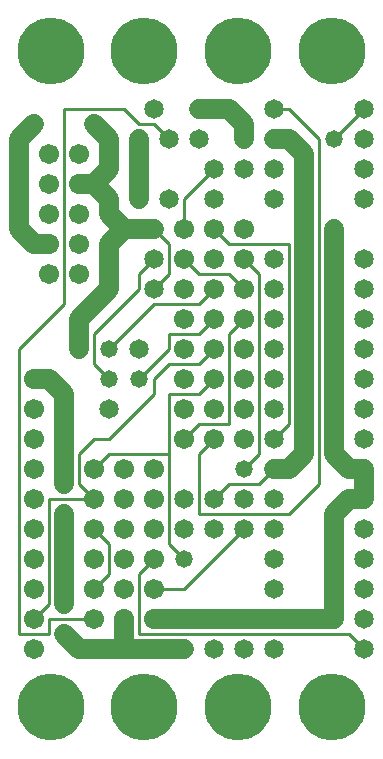
<source format=gtl>
%MOIN*%
%FSLAX25Y25*%
G04 D10 used for Character Trace; *
G04     Circle (OD=.01000) (No hole)*
G04 D11 used for Power Trace; *
G04     Circle (OD=.06500) (No hole)*
G04 D12 used for Signal Trace; *
G04     Circle (OD=.01100) (No hole)*
G04 D13 used for Via; *
G04     Circle (OD=.05800) (Round. Hole ID=.02800)*
G04 D14 used for Component hole; *
G04     Circle (OD=.06500) (Round. Hole ID=.03500)*
G04 D15 used for Component hole; *
G04     Circle (OD=.06700) (Round. Hole ID=.04300)*
G04 D16 used for Component hole; *
G04     Circle (OD=.08100) (Round. Hole ID=.05100)*
G04 D17 used for Component hole; *
G04     Circle (OD=.08900) (Round. Hole ID=.05900)*
G04 D18 used for Component hole; *
G04     Circle (OD=.11300) (Round. Hole ID=.08300)*
G04 D19 used for Component hole; *
G04     Circle (OD=.16000) (Round. Hole ID=.13000)*
G04 D20 used for Component hole; *
G04     Circle (OD=.18300) (Round. Hole ID=.15300)*
G04 D21 used for Component hole; *
G04     Circle (OD=.22291) (Round. Hole ID=.19291)*
%ADD10C,.01000*%
%ADD11C,.06500*%
%ADD12C,.01100*%
%ADD13C,.05800*%
%ADD14C,.06500*%
%ADD15C,.06700*%
%ADD16C,.08100*%
%ADD17C,.08900*%
%ADD18C,.11300*%
%ADD19C,.16000*%
%ADD20C,.18300*%
%ADD21C,.22291*%
%IPPOS*%
%LPD*%
G90*X0Y0D02*D21*X15625Y15625D03*D11*              
X25000Y35000D02*X40000D01*X60000D01*D14*D03*D15*  
X50000Y45000D03*D11*X90000D01*D14*D03*D11*        
X110000D01*Y80000D01*X115000Y85000D01*X120000D01* 
D14*D03*D11*Y95000D01*D14*D03*D11*X115000D01*     
X110000Y100000D01*Y175000D01*D14*D03*             
X120000Y165000D03*Y185000D03*X100000Y175000D03*   
D11*Y105000D01*D13*D03*D11*Y100000D01*            
X95000Y95000D01*X90000D01*D14*D03*D12*            
X85000Y90000D01*X75000D01*X70000Y85000D01*D14*D03*
D12*X65000Y80000D02*X95000D01*X105000Y90000D01*   
Y205000D01*X95000Y215000D01*X90000D01*D14*D03*    
X80000Y205000D03*D11*Y210000D01*X75000Y215000D01* 
X65000D01*D14*D03*X55000Y205000D03*D12*           
X50000Y210000D01*X45000D01*X40000Y215000D01*      
X20000D01*Y150000D01*X5000Y135000D01*Y40000D01*   
X15000D01*Y45000D01*X30000D01*D15*D03*D11*        
X40000Y35000D02*Y45000D01*D15*D03*D12*            
X45000Y40000D02*X115000D01*X120000Y35000D01*D14*  
D03*Y45000D03*D21*X109375Y15625D03*D14*           
X120000Y55000D03*X90000Y65000D03*Y55000D03*       
X120000Y65000D03*X90000Y35000D03*X80000Y75000D03* 
D12*X60000Y55000D01*X50000D01*D15*D03*D12*        
X45000Y40000D02*Y60000D01*D15*X30000Y55000D03*D12*
X35000Y60000D01*Y70000D01*X30000Y75000D01*D15*D03*
X40000Y65000D03*Y85000D03*D13*X20000Y80000D03*D11*
Y50000D01*D13*D03*D12*X10000Y45000D02*            
X15000Y50000D01*D15*X10000Y45000D03*D12*          
X15000Y50000D02*Y85000D01*X30000D01*D15*D03*D12*  
X25000Y90000D01*Y100000D01*X30000Y105000D01*      
X35000D01*X50000Y120000D01*Y125000D01*            
X55000Y130000D01*X65000D01*X70000Y135000D01*D15*  
D03*D12*X75000Y110000D02*Y140000D01*              
X65000Y110000D02*X75000D01*X60000Y105000D02*      
X65000Y110000D01*D15*X60000Y105000D03*D12*        
X65000Y80000D02*Y100000D01*D14*X70000Y75000D03*   
X60000Y85000D03*Y75000D03*D12*Y65000D02*          
X55000Y70000D01*D13*X60000Y65000D03*D12*          
X55000Y70000D02*Y100000D01*X35000D01*             
X30000Y95000D01*D15*D03*X40000D03*D13*            
X20000Y90000D03*D11*Y120000D01*X15000Y125000D01*  
X10000D01*D15*D03*Y115000D03*D14*X25000Y135000D03*
D11*Y145000D01*X35000Y155000D01*Y170000D01*       
X40000Y175000D01*X50000D01*D14*D03*D12*           
X55000Y170000D01*Y160000D01*X50000Y155000D01*D14* 
D03*D12*X45000D02*Y160000D01*X30000Y140000D02*    
X45000Y155000D01*X30000Y130000D02*Y140000D01*     
X35000Y125000D02*X30000Y130000D01*D13*            
X35000Y125000D03*D14*X45000Y135000D03*D13*        
Y125000D03*D12*X55000Y135000D01*Y140000D01*       
X65000D01*X70000Y145000D01*D15*D03*D12*           
X75000Y140000D02*X80000Y145000D01*D15*D03*D14*    
X90000Y135000D03*Y155000D03*D15*X70000D03*D12*    
X65000Y150000D01*X50000D01*X35000Y135000D01*D13*  
D03*D12*X55000Y100000D02*Y120000D01*D15*          
X50000Y95000D03*D12*X65000Y100000D02*             
X70000Y105000D01*D15*D03*D13*X80000Y95000D03*D12* 
X85000Y100000D01*Y160000D01*X80000Y165000D01*D15* 
D03*D12*X75000Y170000D02*X95000D01*Y110000D01*    
X90000Y105000D01*D14*D03*D15*X80000Y115000D03*D14*
X90000D03*D15*X80000Y105000D03*X70000Y125000D03*  
D12*X65000Y120000D01*X55000D01*D15*               
X60000Y115000D03*Y125000D03*X70000Y115000D03*     
X60000Y135000D03*D14*X35000Y115000D03*D15*        
X60000Y145000D03*X80000Y125000D03*Y135000D03*D14* 
X90000Y85000D03*D15*X80000Y155000D03*D12*         
X75000Y160000D01*X65000D01*X60000Y165000D01*D15*  
D03*X70000Y175000D03*D12*X75000Y170000D01*D15*    
X80000Y175000D03*X70000Y165000D03*D14*            
X90000Y185000D03*D12*X60000Y175000D02*Y185000D01* 
D15*Y175000D03*D14*X70000Y185000D03*              
X50000Y165000D03*D12*X45000Y160000D01*D15*        
X60000Y155000D03*D11*X40000Y175000D02*            
X35000Y180000D01*Y185000D01*X30000Y190000D01*     
X25000D01*D15*D03*D11*X30000D02*X35000Y195000D01* 
Y205000D01*X30000Y210000D01*D13*D03*D15*          
X25000Y200000D03*D14*X45000Y205000D03*D11*        
Y185000D01*D14*D03*X55000D03*D12*X60000D02*       
X70000Y195000D01*D14*D03*X80000D03*               
X65000Y205000D03*X50000Y215000D03*                
X90000Y195000D03*Y205000D03*D11*X95000D01*        
X100000Y200000D01*Y175000D01*D14*X90000Y165000D03*
X120000Y155000D03*Y195000D03*Y205000D03*D13*      
X110000D03*D12*X120000Y215000D01*D14*D03*D21*     
X109375Y234375D03*X78125D03*D14*X90000Y145000D03* 
X120000D03*D21*X46875Y234375D03*D14*              
X120000Y135000D03*X90000Y125000D03*X120000D03*D15*
X25000Y180000D03*Y170000D03*Y160000D03*D14*       
X120000Y115000D03*D21*X15625Y234375D03*D15*       
X15000Y200000D03*Y190000D03*Y180000D03*Y170000D03*
D11*X10000D01*X5000Y175000D01*Y205000D01*         
X10000Y210000D01*D13*D03*D15*X15000Y160000D03*    
X10000Y105000D03*D14*X120000D03*D15*              
X10000Y95000D03*Y85000D03*X50000D03*D14*X80000D03*
D15*X10000Y75000D03*X40000D03*X50000D03*D14*      
X90000D03*X120000D03*D15*X10000Y65000D03*         
X30000D03*X50000D03*D12*X45000Y60000D01*D15*      
X40000Y55000D03*D14*X70000Y35000D03*D11*X25000D02*
X20000Y40000D01*D13*D03*D15*X10000Y35000D03*      
Y55000D03*D21*X46875Y15625D03*X78125D03*D14*      
X80000Y35000D03*M02*                              

</source>
